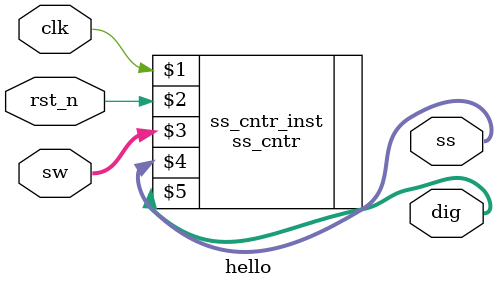
<source format=sv>
module hello #(
  parameter N = 10000
)(
	(* altera_attribute = "-name IO_STANDARD \"3.3V LVCMOS\"", chip_pin="23" *)
	input clk,
	(* altera_attribute = "-name IO_STANDARD \"2.5V\"", chip_pin="64" *)	
	input rst_n,
	input [7:0] sw,
	(* altera_attribute = "-name IO_STANDARD \"3.3V LVCMOS\"", chip_pin="84, 76, 85, 77, 86, 133, 87" *)
	output [6:0] ss,
	(* altera_attribute = "-name IO_STANDARD \"3.3V LVCMOS\"", chip_pin="73, 80, 74, 83" *)
	output [4:1] dig
);
	
	ss_cntr #(N) ss_cntr_inst (clk, rst_n, sw, ss, dig);

endmodule

</source>
